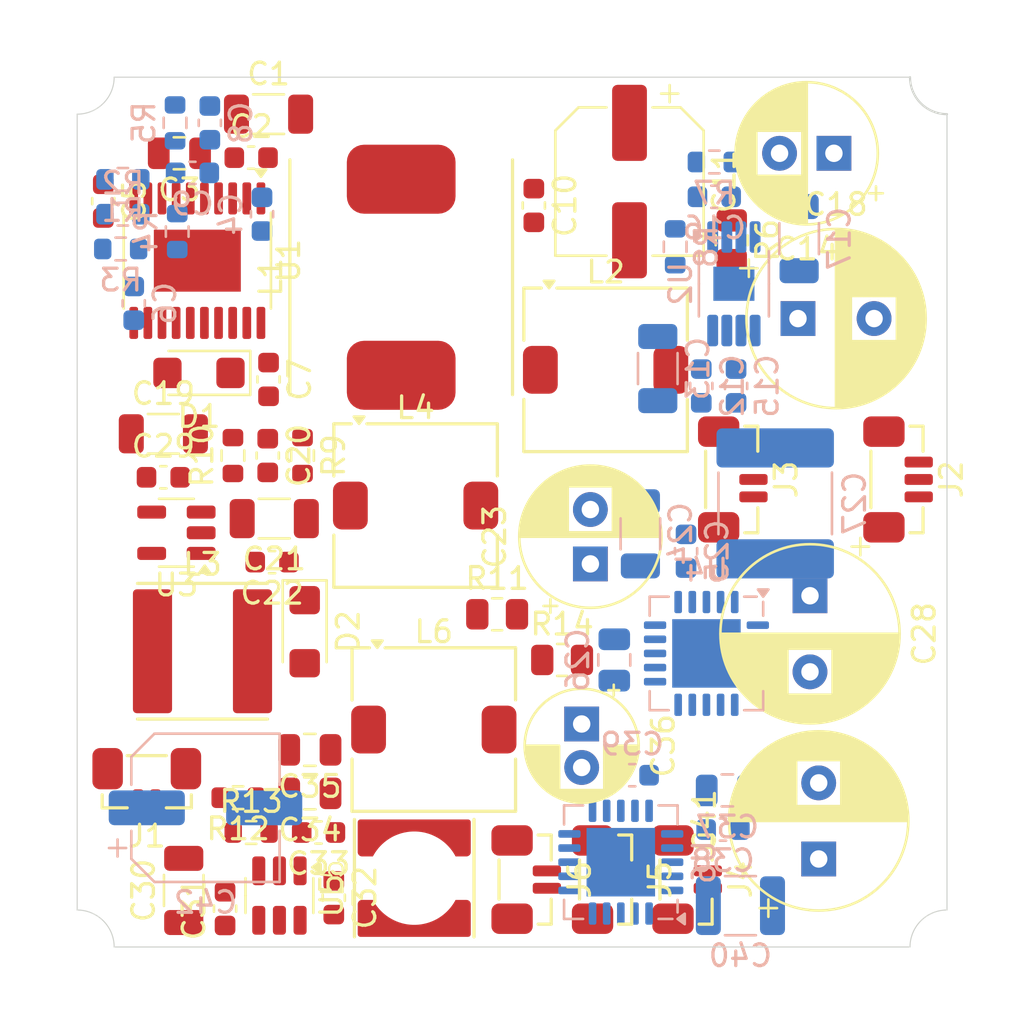
<source format=kicad_pcb>
(kicad_pcb (version 20240108) (generator "pcbnew") (generator_version "8.0")
  (layers (0 "F.Cu" signal) (1 "In1.Cu" signal) (2 "In2.Cu" signal) (31 "B.Cu" signal) (34 "B.Paste" user) (35 "F.Paste" user) (36 "B.SilkS" user "B.Silkscreen") (37 "F.SilkS" user "F.Silkscreen") (38 "B.Mask" user) (39 "F.Mask" user) (44 "Edge.Cuts" user))
  (net 0 "")
  (net 1 "/-15V Supply/-17V_SW")
  (net 2 "Net-(U1-VCC)")
  (net 3 "Net-(U1-RAMP)")
  (net 4 "Net-(U1-SS)")
  (net 5 "Net-(D1-K)")
  (net 6 "Net-(U1-BST)")
  (net 7 "Net-(C8-Pad2)")
  (net 8 "Net-(U1-COMP)")
  (net 9 "Net-(U1-FB)")
  (net 10 "Net-(U2-EN)")
  (net 11 "Net-(C14-Pad2)")
  (net 12 "Net-(U2-NR{slash}SS)")
  (net 13 "Net-(U2-FB)")
  (net 14 "Net-(D1-A)")
  (net 15 "Net-(U1-RT)")
  (net 18 "Net-(D2-K)")
  (net 19 "Net-(U3-FB)")
  (net 20 "Net-(C23-Pad1)")
  (net 21 "Net-(U4-EN)")
  (net 22 "Net-(U4-NR)")
  (net 23 "Net-(U5-SW)")
  (net 24 "Net-(U5-CB)")
  (net 25 "/5V Supply/7V_SW")
  (net 26 "Net-(C36-Pad1)")
  (net 27 "Net-(U6-EN)")
  (net 28 "Net-(U6-NR)")
  (net 29 "Net-(D2-A)")
  (net 30 "Net-(U5-FB)")
  (net 44 "GND")
  (net 45 "+12V")
  (net 46 "-15V")
  (net 47 "+15V")
  (net 48 "+5V")
  (footprint "Capacitor_SMD:C_1206_3216Metric" (layer "F.Cu") (at 133.9625 96.4)
    (property "Reference" "C19" (at 0 -1.85 360) (layer "F.SilkS"))
    (property "Value" "10µF 50V")
    (pad "1" smd roundrect (at -1.475 0) (size 1.15 1.8) (layers "F.Cu" "F.Paste" "F.Mask") (roundrect_rratio 0.217391) (net 45 "+12V"))
    (pad "2" smd roundrect (at 1.475 0) (size 1.15 1.8) (layers "F.Cu" "F.Paste" "F.Mask") (roundrect_rratio 0.217391) (net 44 "GND"))
  )
  (footprint "BW_PassiveMechanical:L_Coilcraft_MSS7348-XXX-fixed" (layer "F.Cu") (at 146.4 110)
    (property "Reference" "L6" (at 0 -4.5 360) (layer "F.SilkS"))
    (property "Value" "1mH")
    (pad "1" smd roundrect (at -3 0) (size 1.6 2.2) (layers "F.Cu" "F.Paste" "F.Mask") (net 25 "/5V Supply/7V_SW"))
    (pad "2" smd roundrect (at 3 0) (size 1.6 2.2) (layers "F.Cu" "F.Paste" "F.Mask") (net 27 "Net-(U6-EN)"))
  )
  (footprint "Resistor_SMD:R_0603_1608Metric" (layer "F.Cu") (at 140.3625 97.4 -90)
    (property "Reference" "R9" (at 0 -1.43 90) (layer "F.SilkS"))
    (property "Value" "174kΩ")
    (pad "1" smd roundrect (at -0.825 0 270) (size 0.8 0.95) (layers "F.Cu" "F.Paste" "F.Mask") (net 18 "Net-(D2-K)"))
    (pad "2" smd roundrect (at 0.825 0 270) (size 0.8 0.95) (layers "F.Cu" "F.Paste" "F.Mask") (net 19 "Net-(U3-FB)"))
  )
  (footprint "BW_PassiveMechanical:L_Coilcraft_MSS7348-XXX-fixed" (layer "F.Cu") (at 145.5625 99.7)
    (property "Reference" "L4" (at 0 -4.5 360) (layer "F.SilkS"))
    (property "Value" "1mH")
    (pad "1" smd roundrect (at -3 0) (size 1.6 2.2) (layers "F.Cu" "F.Paste" "F.Mask") (net 18 "Net-(D2-K)"))
    (pad "2" smd roundrect (at 3 0) (size 1.6 2.2) (layers "F.Cu" "F.Paste" "F.Mask") (net 21 "Net-(U4-EN)"))
  )
  (footprint "Package_TO_SOT_SMD:SOT-23-6" (layer "F.Cu") (at 139.3 117.635 -90)
    (property "Reference" "U5" (at 0 -2.4 90) (layer "F.SilkS"))
    (property "Value" "LMR54406F")
    (pad "1" smd roundrect (at -1.1375 -0.95 270) (size 1.325 0.6) (layers "F.Cu" "F.Paste" "F.Mask") (net 24 "Net-(U5-CB)"))
    (pad "2" smd roundrect (at -1.1375 0 270) (size 1.325 0.6) (layers "F.Cu" "F.Paste" "F.Mask") (net 44 "GND"))
    (pad "3" smd roundrect (at -1.1375 0.95 270) (size 1.325 0.6) (layers "F.Cu" "F.Paste" "F.Mask") (net 30 "Net-(U5-FB)"))
    (pad "4" smd roundrect (at 1.1375 0.95 270) (size 1.325 0.6) (layers "F.Cu" "F.Paste" "F.Mask") (net 45 "+12V"))
    (pad "5" smd roundrect (at 1.1375 0 270) (size 1.325 0.6) (layers "F.Cu" "F.Paste" "F.Mask") (net 45 "+12V"))
    (pad "6" smd roundrect (at 1.1375 -0.95 270) (size 1.325 0.6) (layers "F.Cu" "F.Paste" "F.Mask") (net 23 "Net-(U5-SW)"))
  )
  (footprint "Capacitor_SMD:C_0805_2012Metric" (layer "F.Cu") (at 134.7 83.5 180)
    (property "Reference" "C3" (at 0 -1.68 360) (layer "F.SilkS"))
    (property "Value" "1µF 50Vl")
    (pad "1" smd roundrect (at -0.95 0 180) (size 1 1.45) (layers "F.Cu" "F.Paste" "F.Mask") (net 45 "+12V"))
    (pad "2" smd roundrect (at 0.95 0 180) (size 1 1.45) (layers "F.Cu" "F.Paste" "F.Mask") (net 1 "/-15V Supply/-17V_SW"))
  )
  (footprint "Capacitor_SMD:CP_Elec_6.3x7.7" (layer "F.Cu") (at 155.4 84.8 -90)
    (property "Reference" "C11" (at 0 -4.35 90) (layer "F.SilkS"))
    (property "Value" "100µF 25V")
    (pad "1" smd roundrect (at -2.7 0 270) (size 3.5 1.6) (layers "F.Cu" "F.Paste" "F.Mask") (roundrect_rratio 0.15625) (net 44 "GND"))
    (pad "2" smd roundrect (at 2.7 0 270) (size 3.5 1.6) (layers "F.Cu" "F.Paste" "F.Mask") (roundrect_rratio 0.15625) (net 1 "/-15V Supply/-17V_SW"))
  )
  (footprint "BW_PassiveMechanical:L_Bourns_SRR4528A" (layer "F.Cu") (at 145.5 116.835 90)
    (property "Reference" "L5" (at 0 -3.75 90) (layer "F.SilkS") (effects (font (thickness 0.1))))
    (property "Value" "12µH")
    (pad "1" smd custom (at -2.45 0 90) (size 0.5 0.5) (layers "F.Cu" "F.Paste" "F.Mask") (net 23 "Net-(U5-SW)") (options (clearance outline) (anchor circle)) (primitives (gr_poly (pts (xy -0.25 -2.474997) (xy -0.240485 -2.522832) (xy -0.213388 -2.563385) (xy -0.172835 -2.590482) (xy -0.125 -2.599997) (xy 0.125 -2.599997) (xy 0.172835 -2.590482) (xy 0.213388 -2.563385) (xy 0.240485 -2.522832) (xy 0.25 -2.474997) (xy 0.25 2.474997) (xy 0.240485 2.522832) (xy 0.213388 2.563385) (xy 0.172835 2.590482) (xy 0.125 2.599997) (xy -0.125 2.599997) (xy -0.172835 2.590482) (xy -0.213388 2.563385) (xy -0.240485 2.522832) (xy -0.25 2.474997)) (width 0) (fill yes)) (gr_poly (pts (arc (start 1.45 -2.399998) (mid 1.391421 -2.541419) (end 1.25 -2.599998)) (arc (start -0.05 -2.599998) (mid -0.191421 -2.541419) (end -0.25 -2.399998)) (arc (start -0.25 2.400002) (mid -0.191421 2.541423) (end -0.05 2.600002)) (arc (start 1.25 2.600002) (mid 1.391421 2.541423) (end 1.45 2.400002)) (arc (start 1.45 1.900002) (mid 0.302909 0.000002) (end 1.45 -1.899998))) (width 0) (fill yes))))
    (pad "2" smd custom (at 2.45 0 270) (size 0.5 0.5) (layers "F.Cu" "F.Paste" "F.Mask") (net 25 "/5V Supply/7V_SW") (options (clearance outline) (anchor circle)) (primitives (gr_poly (pts (xy -0.25 -2.474997) (xy -0.240485 -2.522832) (xy -0.213388 -2.563385) (xy -0.172835 -2.590482) (xy -0.125 -2.599997) (xy 0.125 -2.599997) (xy 0.172835 -2.590482) (xy 0.213388 -2.563385) (xy 0.240485 -2.522832) (xy 0.25 -2.474997) (xy 0.25 2.474997) (xy 0.240485 2.522832) (xy 0.213388 2.563385) (xy 0.172835 2.590482) (xy 0.125 2.599997) (xy -0.125 2.599997) (xy -0.172835 2.590482) (xy -0.213388 2.563385) (xy -0.240485 2.522832) (xy -0.25 2.474997)) (width 0) (fill yes)) (gr_poly (pts (arc (start 1.45 -2.399998) (mid 1.391421 -2.541419) (end 1.25 -2.599998)) (arc (start -0.05 -2.599998) (mid -0.191421 -2.541419) (end -0.25 -2.399998)) (arc (start -0.25 2.400002) (mid -0.191421 2.541423) (end -0.05 2.600002)) (arc (start 1.25 2.600002) (mid 1.391421 2.541423) (end 1.45 2.400002)) (arc (start 1.45 1.900002) (mid 0.302909 0.000002) (end 1.45 -1.899998))) (width 0) (fill yes))))
  )
  (footprint "BW_Connectors:Amphenol_MINITEK_0.8_2P_V" (layer "F.Cu") (at 154.3 116.9 -90)
    (property "Reference" "J5" (at 0 -2.5 90) (layer "F.SilkS"))
    (property "Value" "5V")
    (pad "1" smd roundrect (at 0.4 -1 270) (size 0.5 1.3) (layers "F.Cu" "F.Paste" "F.Mask") (net 48 "+5V"))
    (pad "2" smd roundrect (at -0.4 -1 270) (size 0.5 1.3) (layers "F.Cu" "F.Paste" "F.Mask") (net 44 "GND"))
    (pad "M" smd roundrect (at -1.8 0.6 270) (size 1.4 1.9) (layers "F.Cu" "F.Paste" "F.Mask"))
    (pad "M" smd roundrect (at 1.8 0.6 270) (size 1.4 1.9) (layers "F.Cu" "F.Paste" "F.Mask"))
  )
  (footprint "Capacitor_SMD:C_0603_1608Metric" (layer "F.Cu") (at 141.8 117.735 -90)
    (property "Reference" "C32" (at 0 -1.43 90) (layer "F.SilkS"))
    (property "Value" "0.1µF")
    (pad "1" smd roundrect (at -0.775 0 270) (size 0.9 0.95) (layers "F.Cu" "F.Paste" "F.Mask") (net 24 "Net-(U5-CB)"))
    (pad "2" smd roundrect (at 0.775 0 270) (size 0.9 0.95) (layers "F.Cu" "F.Paste" "F.Mask") (net 23 "Net-(U5-SW)"))
  )
  (footprint "Capacitor_SMD:C_0603_1608Metric" (layer "F.Cu") (at 138.8 93.9 -90)
    (property "Reference" "C7" (at 0 -1.43 90) (layer "F.SilkS"))
    (property "Value" "22nF")
    (pad "1" smd roundrect (at -0.775 0 270) (size 0.9 0.95) (layers "F.Cu" "F.Paste" "F.Mask") (net 6 "Net-(U1-BST)"))
    (pad "2" smd roundrect (at 0.775 0 270) (size 0.9 0.95) (layers "F.Cu" "F.Paste" "F.Mask") (net 5 "Net-(D1-K)"))
  )
  (footprint "BW_Connectors:Amphenol_MINITEK_0.8_2P_V" (layer "F.Cu") (at 133.2 112.4 180)
    (property "Reference" "J1" (at 0 -2.5 360) (layer "F.SilkS"))
    (property "Value" "12VIN")
    (pad "1" smd roundrect (at 0.4 -1 180) (size 0.5 1.3) (layers "F.Cu" "F.Paste" "F.Mask") (net 45 "+12V"))
    (pad "2" smd roundrect (at -0.4 -1 180) (size 0.5 1.3) (layers "F.Cu" "F.Paste" "F.Mask") (net 44 "GND"))
    (pad "M" smd roundrect (at -1.8 0.6 180) (size 1.4 1.9) (layers "F.Cu" "F.Paste" "F.Mask"))
    (pad "M" smd roundrect (at 1.8 0.6 180) (size 1.4 1.9) (layers "F.Cu" "F.Paste" "F.Mask"))
  )
  (footprint "Capacitor_SMD:C_1206_3216Metric" (layer "F.Cu") (at 138.8 81.7)
    (property "Reference" "C1" (at 0 -1.85 0) (layer "F.SilkS"))
    (property "Value" "10µF 50V")
    (pad "1" smd roundrect (at -1.475 0) (size 1.15 1.8) (layers "F.Cu" "F.Paste" "F.Mask") (roundrect_rratio 0.217391) (net 45 "+12V"))
    (pad "2" smd roundrect (at 1.475 0) (size 1.15 1.8) (layers "F.Cu" "F.Paste" "F.Mask") (roundrect_rratio 0.217391) (net 44 "GND"))
  )
  (footprint "BW_PassiveMechanical:L_Abracon_ASPI-6045S" (layer "F.Cu") (at 135.7625 106.4)
    (property "Reference" "L3" (at 0 -4 0) (layer "F.SilkS"))
    (property "Value" "12µH")
    (pad "1" smd roundrect (at -2.3 0) (size 1.8 5.7) (layers "F.Cu" "F.Paste" "F.Mask") (roundrect_rratio 0.1) (net 45 "+12V"))
    (pad "2" smd roundrect (at 2.3 0) (size 1.8 5.7) (layers "F.Cu" "F.Paste" "F.Mask") (roundrect_rratio 0.1) (net 29 "Net-(D2-A)"))
  )
  (footprint "Resistor_SMD:R_0603_1608Metric" (layer "F.Cu") (at 138 114.735)
    (property "Reference" "R13" (at 0 -1.43 360) (layer "F.SilkS"))
    (property "Value" "22.1kΩ")
    (pad "1" smd roundrect (at -0.825 0) (size 0.8 0.95) (layers "F.Cu" "F.Paste" "F.Mask") (net 30 "Net-(U5-FB)"))
    (pad "2" smd roundrect (at 0.825 0) (size 0.8 0.95) (layers "F.Cu" "F.Paste" "F.Mask") (net 44 "GND"))
  )
  (footprint "Capacitor_SMD:C_0603_1608Metric" (layer "F.Cu") (at 138.9625 102.3 180)
    (property "Reference" "C22" (at 0 -1.43 360) (layer "F.SilkS"))
    (property "Value" "0.1µF")
    (pad "1" smd roundrect (at -0.775 0 180) (size 0.9 0.95) (layers "F.Cu" "F.Paste" "F.Mask") (net 18 "Net-(D2-K)"))
    (pad "2" smd roundrect (at 0.775 0 180) (size 0.9 0.95) (layers "F.Cu" "F.Paste" "F.Mask") (net 44 "GND"))
  )
  (footprint "BW_Connectors:Amphenol_MINITEK_0.8_2P_V" (layer "F.Cu") (at 158 116.9 -90)
    (property "Reference" "J4" (at 0 -2.5 90) (layer "F.SilkS"))
    (property "Value" "5V")
    (pad "1" smd roundrect (at 0.4 -1 270) (size 0.5 1.3) (layers "F.Cu" "F.Paste" "F.Mask") (net 48 "+5V"))
    (pad "2" smd roundrect (at -0.4 -1 270) (size 0.5 1.3) (layers "F.Cu" "F.Paste" "F.Mask") (net 44 "GND"))
    (pad "M" smd roundrect (at -1.8 0.6 270) (size 1.4 1.9) (layers "F.Cu" "F.Paste" "F.Mask"))
    (pad "M" smd roundrect (at 1.8 0.6 270) (size 1.4 1.9) (layers "F.Cu" "F.Paste" "F.Mask"))
  )
  (footprint "BW_PassiveMechanical:L_Coilcraft_MSS7348-XXX-fixed" (layer "F.Cu") (at 154.3 93.4575)
    (property "Reference" "L2" (at 0 -4.5 360) (layer "F.SilkS"))
    (property "Value" "1mH")
    (pad "1" smd roundrect (at -3 0) (size 1.6 2.2) (layers "F.Cu" "F.Paste" "F.Mask") (net 1 "/-15V Supply/-17V_SW"))
    (pad "2" smd roundrect (at 3 0) (size 1.6 2.2) (layers "F.Cu" "F.Paste" "F.Mask") (net 10 "Net-(U2-EN)"))
  )
  (footprint "BW_Connectors:Amphenol_MINITEK_0.8_3P_V" (layer "F.Cu") (at 160.1 98.5 -90)
    (property "Reference" "J3" (at 0 -2.5 -90) (layer "F.SilkS"))
    (property "Value" "+-15V")
    (pad "1" smd roundrect (at 0.8 -1 270) (size 0.5 1.3) (layers "F.Cu" "F.Paste" "F.Mask") (net 47 "+15V"))
    (pad "2" smd roundrect (at 0 -1 270) (size 0.5 1.3) (layers "F.Cu" "F.Paste" "F.Mask") (net 44 "GND"))
    (pad "3" smd roundrect (at -0.8 -1 270) (size 0.5 1.3) (layers "F.Cu" "F.Paste" "F.Mask") (net 46 "-15V"))
    (pad "M" smd roundrect (at -2.2 0.6 270) (size 1.4 1.9) (layers "F.Cu" "F.Paste" "F.Mask"))
    (pad "M" smd roundrect (at 2.2 0.6 270) (size 1.4 1.9) (layers "F.Cu" "F.Paste" "F.Mask"))
  )
  (footprint "Capacitor_SMD:C_0603_1608Metric" (layer "F.Cu") (at 138 83.7)
    (property "Reference" "C2" (at 0 -1.43 0) (layer "F.SilkS"))
    (property "Value" "0.1µF")
    (pad "1" smd roundrect (at -0.775 0) (size 0.9 0.95) (layers "F.Cu" "F.Paste" "F.Mask") (net 45 "+12V"))
    (pad "2" smd roundrect (at 0.775 0) (size 0.9 0.95) (layers "F.Cu" "F.Paste" "F.Mask") (net 44 "GND"))
  )
  (footprint "Capacitor_SMD:C_1206_3216Metric" (layer "F.Cu") (at 139.0625 100.3 180)
    (property "Reference" "C21" (at 0 -1.85 360) (layer "F.SilkS"))
    (property "Value" "10µF 50V")
    (pad "1" smd roundrect (at -1.475 0 180) (size 1.15 1.8) (layers "F.Cu" "F.Paste" "F.Mask") (roundrect_rratio 0.217391) (net 18 "Net-(D2-K)"))
    (pad "2" smd roundrect (at 1.475 0 180) (size 1.15 1.8) (layers "F.Cu" "F.Paste" "F.Mask") (roundrect_rratio 0.217391) (net 44 "GND"))
  )
  (footprint "Capacitor_SMD:C_0603_1608Metric" (layer "F.Cu") (at 151 85.9 -90)
    (property "Reference" "C10" (at 0 -1.43 90) (layer "F.SilkS"))
    (property "Value" "1µF 25V")
    (pad "1" smd roundrect (at -0.775 0 270) (size 0.9 0.95) (layers "F.Cu" "F.Paste" "F.Mask") (net 44 "GND"))
    (pad "2" smd roundrect (at 0.775 0 270) (size 0.9 0.95) (layers "F.Cu" "F.Paste" "F.Mask") (net 1 "/-15V Supply/-17V_SW"))
  )
  (footprint "Package_SO:HTSSOP-20-1EP_4.4x6.5mm_P0.65mm_EP2.85x4mm" (layer "F.Cu") (at 135.525 88.4375 -90)
    (property "Reference" "U1" (at 0 -4.2 90) (layer "F.SilkS"))
    (property "Value" "LM25576")
    (pad "1" smd roundrect (at -2.8625 -2.925 270) (size 1.475 0.4) (layers "F.Cu" "F.Paste" "F.Mask") (net 2 "Net-(U1-VCC)"))
    (pad "2" smd roundrect (at -2.8625 -2.275 270) (size 1.475 0.4) (layers "F.Cu" "F.Paste" "F.Mask"))
    (pad "3" smd roundrect (at -2.8625 -1.625 270) (size 1.475 0.4) (layers "F.Cu" "F.Paste" "F.Mask") (net 45 "+12V"))
    (pad "4" smd roundrect (at -2.8625 -0.975 270) (size 1.475 0.4) (layers "F.Cu" "F.Paste" "F.Mask") (net 45 "+12V"))
    (pad "5" smd roundrect (at -2.8625 -0.325 270) (size 1.475 0.4) (layers "F.Cu" "F.Paste" "F.Mask"))
    (pad "6" smd roundrect (at -2.8625 0.325 270) (size 1.475 0.4) (layers "F.Cu" "F.Paste" "F.Mask") (net 8 "Net-(U1-COMP)"))
    (pad "7" smd roundrect (at -2.8625 0.975 270) (size 1.475 0.4) (layers "F.Cu" "F.Paste" "F.Mask") (net 9 "Net-(U1-FB)"))
    (pad "8" smd roundrect (at -2.8625 1.625 270) (size 1.475 0.4) (layers "F.Cu" "F.Paste" "F.Mask") (net 15 "Net-(U1-RT)"))
    (pad "9" smd roundrect (at -2.8625 2.275 270) (size 1.475 0.4) (layers "F.Cu" "F.Paste" "F.Mask") (net 3 "Net-(U1-RAMP)"))
    (pad "10" smd roundrect (at -2.8625 2.925 270) (size 1.475 0.4) (layers "F.Cu" "F.Paste" "F.Mask") (net 1 "/-15V Supply/-17V_SW"))
    (pad "11" smd roundrect (at 2.8625 2.925 270) (size 1.475 0.4) (layers "F.Cu" "F.Paste" "F.Mask") (net 4 "Net-(U1-SS)"))
    (pad "12" smd roundrect (at 2.8625 2.275 270) (size 1.475 0.4) (layers "F.Cu" "F.Paste" "F.Mask") (net 44 "GND"))
    (pad "13" smd roundrect (at 2.8625 1.625 270) (size 1.475 0.4) (layers "F.Cu" "F.Paste" "F.Mask") (net 1 "/-15V Supply/-17V_SW"))
    (pad "14" smd roundrect (at 2.8625 0.975 270) (size 1.475 0.4) (layers "F.Cu" "F.Paste" "F.Mask") (net 1 "/-15V Supply/-17V_SW"))
    (pad "15" smd roundrect (at 2.8625 0.325 270) (size 1.475 0.4) (layers "F.Cu" "F.Paste" "F.Mask") (net 14 "Net-(D1-A)"))
    (pad "16" smd roundrect (at 2.8625 -0.325 270) (size 1.475 0.4) (layers "F.Cu" "F.Paste" "F.Mask") (net 14 "Net-(D1-A)"))
    (pad "17" smd roundrect (at 2.8625 -0.975 270) (size 1.475 0.4) (layers "F.Cu" "F.Paste" "F.Mask") (net 5 "Net-(D1-K)"))
    (pad "18" smd roundrect (at 2.8625 -1.625 270) (size 1.475 0.4) (layers "F.Cu" "F.Paste" "F.Mask") (net 5 "Net-(D1-K)"))
    (pad "19" smd roundrect (at 2.8625 -2.275 270) (size 1.475 0.4) (layers "F.Cu" "F.Paste" "F.Mask") (net 5 "Net-(D1-K)"))
    (pad "20" smd roundrect (at 2.8625 -2.925 270) (size 1.475 0.4) (layers "F.Cu" "F.Paste" "F.Mask") (net 6 "Net-(U1-BST)"))
    (pad "21" smd rect (at 0 0 270) (size 2.85 4) (property pad_prop_heatsink) (layers "F.Cu" "F.Mask") (net 1 "/-15V Supply/-17V_SW"))
  )
  (footprint "Package_TO_SOT_SMD:SOT-23-5" (layer "F.Cu") (at 134.5625 100.95 180)
    (property "Reference" "U3" (at 0 -2.4 360) (layer "F.SilkS"))
    (property "Value" "LMR64010XMF")
    (pad "1" smd roundrect (at -1.1375 -0.95 180) (size 1.325 0.6) (layers "F.Cu" "F.Paste" "F.Mask") (net 29 "Net-(D2-A)"))
    (pad "2" smd roundrect (at -1.1375 0 180) (size 1.325 0.6) (layers "F.Cu" "F.Paste" "F.Mask") (net 44 "GND"))
    (pad "3" smd roundrect (at -1.1375 0.95 180) (size 1.325 0.6) (layers "F.Cu" "F.Paste" "F.Mask") (net 19 "Net-(U3-FB)"))
    (pad "4" smd roundrect (at 1.1375 0.95 180) (size 1.325 0.6) (layers "F.Cu" "F.Paste" "F.Mask") (net 45 "+12V"))
    (pad "5" smd roundrect (at 1.1375 -0.95 180) (size 1.325 0.6) (layers "F.Cu" "F.Paste" "F.Mask") (net 45 "+12V"))
  )
  (footprint "Resistor_SMD:R_0805_2012Metric" (layer "F.Cu") (at 152.3 106.8)
    (property "Reference" "R14" (at 0 -1.65 0) (layer "F.SilkS"))
    (property "Value" "3.3Ω")
    (pad "1" smd roundrect (at -0.9125 0) (size 1.025 1.4) (layers "F.Cu" "F.Paste" "F.Mask") (roundrect_rratio 0.243902) (net 27 "Net-(U6-EN)"))
    (pad "2" smd roundrect (at 0.9125 0) (size 1.025 1.4) (layers "F.Cu" "F.Paste" "F.Mask") (roundrect_rratio 0.243902) (net 26 "Net-(C36-Pad1)"))
  )
  (footprint "Capacitor_SMD:C_0603_1608Metric" (layer "F.Cu") (at 136.8 118.235 90)
    (property "Reference" "C31" (at 0 -1.43 90) (layer "F.SilkS"))
    (property "Value" "0.1µF")
    (pad "1" smd roundrect (at -0.775 0 90) (size 0.9 0.95) (layers "F.Cu" "F.Paste" "F.Mask") (net 45 "+12V"))
    (pad "2" smd roundrect (at 0.775 0 90) (size 0.9 0.95) (layers "F.Cu" "F.Paste" "F.Mask") (net 44 "GND"))
  )
  (footprint "Capacitor_THT:CP_Radial_D8.0mm_P3.50mm" (layer "F.Cu") (at 163.147349 91.1)
    (property "Reference" "C18" (at 1.75 -5.25 360) (layer "F.SilkS"))
    (property "Value" "1mF 16V")
    (pad "1" thru_hole rect (at 0 0) (size 1.6 1.6) (drill 0.8) (layers "*.Cu" "*.Mask") (net 44 "GND"))
    (pad "2" thru_hole circle (at 3.5 0) (size 1.6 1.6) (drill 0.8) (layers "*.Cu" "*.Mask") (net 46 "-15V"))
  )
  (footprint "BW_Connectors:Amphenol_MINITEK_0.8_3P_V" (layer "F.Cu") (at 167.7 98.5 -90)
    (property "Reference" "J2" (at 0 -2.5 -90) (layer "F.SilkS"))
    (property "Value" "+-15V")
    (pad "1" smd roundrect (at 0.8 -1 270) (size 0.5 1.3) (layers "F.Cu" "F.Paste" "F.Mask") (net 47 "+15V"))
    (pad "2" smd roundrect (at 0 -1 270) (size 0.5 1.3) (layers "F.Cu" "F.Paste" "F.Mask") (net 44 "GND"))
    (pad "3" smd roundrect (at -0.8 -1 270) (size 0.5 1.3) (layers "F.Cu" "F.Paste" "F.Mask") (net 46 "-15V"))
    (pad "M" smd roundrect (at -2.2 0.6 270) (size 1.4 1.9) (layers "F.Cu" "F.Paste" "F.Mask"))
    (pad "M" smd roundrect (at 2.2 0.6 270) (size 1.4 1.9) (layers "F.Cu" "F.Paste" "F.Mask"))
  )
  (footprint "BW_PassiveMechanical:L_KEMET_MPGV1D1054" (layer "F.Cu") (at 144.9 89.2 90)
    (property "Reference" "L1" (at 0 -6 90) (layer "F.SilkS"))
    (property "Value" "33µH")
    (pad "1" smd roundrect (at -4.5085 0 90) (size 3.175 5) (layers "F.Cu" "F.Paste" "F.Mask") (net 5 "Net-(D1-K)"))
    (pad "2" smd roundrect (at 4.5085 0 90) (size 3.175 5) (layers "F.Cu" "F.Paste" "F.Mask") (net 44 "GND"))
  )
  (footprint "Diode_SMD:D_SMF" (layer "F.Cu") (at 135.6 93.6 180)
    (property "Reference" "D1" (at 0 -2 360) (layer "F.SilkS"))
    (property "Value" "SS1FN6")
    (pad "1" smd roundrect (at -1.45 0 180) (size 1.3 1.4) (layers "F.Cu" "F.Paste" "F.Mask") (roundrect_rratio 0.1923076923) (net 5 "Net-(D1-K)"))
    (pad "2" smd roundrect (at 1.45 0 180) (size 1.3 1.4) (layers "F.Cu" "F.Paste" "F.Mask") (roundrect_rratio 0.1923076923) (net 14 "Net-(D1-A)"))
  )
  (footprint "Resistor_SMD:R_0805_2012Metric" (layer "F.Cu") (at 160.1 87.5 -90)
    (property "Reference" "R6" (at 0 -1.65 90) (layer "F.SilkS"))
    (property "Value" "3.3Ω")
    (pad "1" smd roundrect (at -0.9125 0 270) (size 1.025 1.4) (layers "F.Cu" "F.Paste" "F.Mask") (roundrect_rratio 0.243902) (net 11 "Net-(C14-Pad2)"))
    (pad "2" smd roundrect (at 0.9125 0 270) (size 1.025 1.4) (layers "F.Cu" "F.Paste" "F.Mask") (roundrect_rratio 0.243902) (net 10 "Net-(U2-EN)"))
  )
  (footprint "Capacitor_SMD:C_0603_1608Metric" (layer "F.Cu") (at 141.1 114.735 180)
    (property "Reference" "C33" (at 0 -1.43 360) (layer "F.SilkS"))
    (property "Value" "0.1µF")
    (pad "1" smd roundrect (at -0.775 0 180) (size 0.9 0.95) (layers "F.Cu" "F.Paste" "F.Mask") (net 25 "/5V Supply/7V_SW"))
    (pad "2" smd roundrect (at 0.775 0 180) (size 0.9 0.95) (layers "F.Cu" "F.Paste" "F.Mask") (net 44 "GND"))
  )
  (footprint "Capacitor_SMD:C_1206_3216Metric" (layer "F.Cu") (at 134.9 117.4 90)
    (property "Reference" "C30" (at 0 -1.85 90) (layer "F.SilkS"))
    (property "Value" "10µF 50V")
    (pad "1" smd roundrect (at -1.475 0 90) (size 1.15 1.8) (layers "F.Cu" "F.Paste" "F.Mask") (roundrect_rratio 0.217391) (net 45 "+12V"))
    (pad "2" smd roundrect (at 1.475 0 90) (size 1.15 1.8) (layers "F.Cu" "F.Paste" "F.Mask") (roundrect_rratio 0.217391) (net 44 "GND"))
  )
  (footprint "Resistor_SMD:R_0603_1608Metric" (layer "F.Cu") (at 137.4 113.135 180)
    (property "Reference" "R12" (at 0 -1.43 360) (layer "F.SilkS"))
    (property "Value" "169kΩ")
    (pad "1" smd roundrect (at -0.825 0 180) (size 0.8 0.95) (layers "F.Cu" "F.Paste" "F.Mask") (net 25 "/5V Supply/7V_SW"))
    (pad "2" smd roundrect (at 0.825 0 180) (size 0.8 0.95) (layers "F.Cu" "F.Paste" "F.Mask") (net 30 "Net-(U5-FB)"))
  )
  (footprint "Capacitor_SMD:C_0805_2012Metric" (layer "F.Cu") (at 140.7 110.935 180)
    (property "Reference" "C35" (at 0 -1.68 360) (layer "F.SilkS"))
    (property "Value" "10µF 50Vs")
    (pad "1" smd roundrect (at -0.95 0 180) (size 1 1.45) (layers "F.Cu" "F.Paste" "F.Mask") (net 25 "/5V Supply/7V_SW"))
    (pad "2" smd roundrect (at 0.95 0 180) (size 1 1.45) (layers "F.Cu" "F.Paste" "F.Mask") (net 44 "GND"))
  )
  (footprint "Resistor_SMD:R_0603_1608Metric" (layer "F.Cu") (at 137.1625 97.4 90)
    (property "Reference" "R10" (at 0 -1.43 90) (layer "F.SilkS"))
    (property "Value" "13.3kΩ")
    (pad "1" smd roundrect (at -0.825 0 90) (size 0.8 0.95) (layers "F.Cu" "F.Paste" "F.Mask") (net 19 "Net-(U3-FB)"))
    (pad "2" smd roundrect (at 0.825 0 90) (size 0.8 0.95) (layers "F.Cu" "F.Paste" "F.Mask") (net 44 "GND"))
  )
  (footprint "Capacitor_SMD:C_0805_2012Metric" (layer "F.Cu") (at 140.7 112.935 180)
    (property "Reference" "C34" (at 0 -1.68 360) (layer "F.SilkS"))
    (property "Value" "10µF 50Vs")
    (pad "1" smd roundrect (at -0.95 0 180) (size 1 1.45) (layers "F.Cu" "F.Paste" "F.Mask") (net 25 "/5V Supply/7V_SW"))
    (pad "2" smd roundrect (at 0.95 0 180) (size 1 1.45) (layers "F.Cu" "F.Paste" "F.Mask") (net 44 "GND"))
  )
  (footprint "Capacitor_THT:CP_Radial_D8.0mm_P3.50mm" (layer "F.Cu") (at 164.1 115.952651 90)
    (property "Reference" "C41" (at 1.75 -5.25 90) (layer "F.SilkS"))
    (property "Value" "1mF 10V")
    (pad "1" thru_hole rect (at 0 0 90) (size 1.6 1.6) (drill 0.8) (layers "*.Cu" "*.Mask") (net 48 "+5V"))
    (pad "2" thru_hole circle (at 3.5 0 90) (size 1.6 1.6) (drill 0.8) (layers "*.Cu" "*.Mask") (net 44 "GND"))
  )
  (footprint "Capacitor_THT:CP_Radial_D5.0mm_P2.00mm" (layer "F.Cu") (at 153.2 109.744888 -90)
    (property "Reference" "C36" (at 1 -3.75 90) (layer "F.SilkS"))
    (property "Value" "100µF 16V")
    (pad "1" thru_hole rect (at 0 0 270) (size 1.6 1.6) (drill 0.8) (layers "*.Cu" "*.Mask") (net 26 "Net-(C36-Pad1)"))
    (pad "2" thru_hole circle (at 2 0 270) (size 1.6 1.6) (drill 0.8) (layers "*.Cu" "*.Mask") (net 44 "GND"))
  )
  (footprint "Diode_SMD:D_SMF" (layer "F.Cu") (at 140.4625 105.5 -90)
    (property "Reference" "D2" (at 0 -2 90) (layer "F.SilkS"))
    (property "Value" "SS1FN6")
    (pad "1" smd roundrect (at -1.45 0 270) (size 1.3 1.4) (layers "F.Cu" "F.Paste" "F.Mask") (roundrect_rratio 0.1923076923) (net 18 "Net-(D2-K)"))
    (pad "2" smd roundrect (at 1.45 0 270) (size 1.3 1.4) (layers "F.Cu" "F.Paste" "F.Mask") (roundrect_rratio 0.1923076923) (net 29 "Net-(D2-A)"))
  )
  (footprint "Capacitor_THT:CP_Radial_D6.3mm_P2.50mm" (layer "F.Cu") (at 164.8 83.5 180)
    (property "Reference" "C14" (at 1.25 -4.4 360) (layer "F.SilkS"))
    (property "Value" "100µF 25V")
    (pad "1" thru_hole rect (at 0 0 180) (size 1.6 1.6) (drill 0.8) (layers "*.Cu" "*.Mask") (net 44 "GND"))
    (pad "2" thru_hole circle (at 2.5 0 180) (size 1.6 1.6) (drill 0.8) (layers "*.Cu" "*.Mask") (net 11 "Net-(C14-Pad2)"))
  )
  (footprint "Capacitor_SMD:C_0603_1608Metric" (layer "F.Cu") (at 133.9625 98.4)
    (property "Reference" "C29" (at 0 -1.43 0) (layer "F.SilkS"))
    (property "Value" "0.1µF")
    (pad "1" smd roundrect (at -0.775 0) (size 0.9 0.95) (layers "F.Cu" "F.Paste" "F.Mask") (net 45 "+12V"))
    (pad "2" smd roundrect (at 0.775 0) (size 0.9 0.95) (layers "F.Cu" "F.Paste" "F.Mask") (net 44 "GND"))
  )
  (footprint "Capacitor_THT:CP_Radial_D6.3mm_P2.50mm" (layer "F.Cu") (at 153.6 102.38238 90)
    (property "Reference" "C23" (at 1.25 -4.4 90) (layer "F.SilkS"))
    (property "Value" "100µF 25V")
    (pad "1" thru_hole rect (at 0 0 90) (size 1.6 1.6) (drill 0.8) (layers "*.Cu" "*.Mask") (net 20 "Net-(C23-Pad1)"))
    (pad "2" thru_hole circle (at 2.5 0 90) (size 1.6 1.6) (drill 0.8) (layers "*.Cu" "*.Mask") (net 44 "GND"))
  )
  (footprint "Capacitor_THT:CP_Radial_D8.0mm_P3.50mm" (layer "F.Cu") (at 163.7 103.847349 -90)
    (property "Reference" "C28" (at 1.75 -5.25 90) (layer "F.SilkS"))
    (property "Value" "1mF 16V")
    (pad "1" thru_hole rect (at 0 0 270) (size 1.6 1.6) (drill 0.8) (layers "*.Cu" "*.Mask") (net 47 "+15V"))
    (pad "2" thru_hole circle (at 3.5 0 270) (size 1.6 1.6) (drill 0.8) (layers "*.Cu" "*.Mask") (net 44 "GND"))
  )
  (footprint "Capacitor_SMD:C_0603_1608Metric" (layer "F.Cu") (at 131.2 85.7 -90)
    (property "Reference" "C5" (at 0 -1.43 90) (layer "F.SilkS"))
    (property "Value" "330pF")
    (pad "1" smd roundrect (at -0.775 0 270) (size 0.9 0.95) (layers "F.Cu" "F.Paste" "F.Mask") (net 3 "Net-(U1-RAMP)"))
    (pad "2" smd roundrect (at 0.775 0 270) (size 0.9 0.95) (layers "F.Cu" "F.Paste" "F.Mask") (net 1 "/-15V Supply/-17V_SW"))
  )
  (footprint "Resistor_SMD:R_0805_2012Metric" (layer "F.Cu") (at 149.3125 104.7)
    (property "Reference" "R11" (at 0 -1.65 0) (layer "F.SilkS"))
    (property "Value" "3.3Ω")
    (pad "1" smd roundrect (at -0.9125 0) (size 1.025 1.4) (layers "F.Cu" "F.Paste" "F.Mask") (roundrect_rratio 0.243902) (net 21 "Net-(U4-EN)"))
    (pad "2" smd roundrect (at 0.9125 0) (size 1.025 1.4) (layers "F.Cu" "F.Paste" "F.Mask") (roundrect_rratio 0.243902) (net 20 "Net-(C23-Pad1)"))
  )
  (footprint "BW_Connectors:Amphenol_MINITEK_0.8_2P_V" (layer "F.Cu") (at 150.6 116.9 -90)
    (property "Reference" "J6" (at 0 -2.5 90) (layer "F.SilkS"))
    (property "Value" "5V")
    (pad "1" smd roundrect (at 0.4 -1 270) (size 0.5 1.3) (layers "F.Cu" "F.Paste" "F.Mask") (net 48 "+5V"))
    (pad "2" smd roundrect (at -0.4 -1 270) (size 0.5 1.3) (layers "F.Cu" "F.Paste" "F.Mask") (net 44 "GND"))
    (pad "M" smd roundrect (at -1.8 0.6 270) (size 1.4 1.9) (layers "F.Cu" "F.Paste" "F.Mask"))
    (pad "M" smd roundrect (at 1.8 0.6 270) (size 1.4 1.9) (layers "F.Cu" "F.Paste" "F.Mask"))
  )
  (footprint "Capacitor_SMD:C_0603_1608Metric" (layer "F.Cu") (at 138.7625 97.4 -90)
    (property "Reference" "C20" (at 0 -1.43 90) (layer "F.SilkS"))
    (property "Value" "120pF")
    (pad "1" smd roundrect (at -0.775 0 270) (size 0.9 0.95) (layers "F.Cu" "F.Paste" "F.Mask") (net 18 "Net-(D2-K)"))
    (pad "2" smd roundrect (at 0.775 0 270) (size 0.9 0.95) (layers "F.Cu" "F.Paste" "F.Mask") (net 19 "Net-(U3-FB)"))
  )
  (footprint "Resistor_SMD:R_0603_1608Metric" (layer "B.Cu") (at 132 87.9)
    (property "Reference" "R3" (at 0 1.43 360) (layer "B.SilkS") (effects (justify mirror)))
    (property "Value" "21kΩ")
    (pad "1" smd roundrect (at -0.825 0) (size 0.8 0.95) (layers "B.Cu" "B.Paste" "B.Mask") (net 44 "GND"))
    (pad "2" smd roundrect (at 0.825 0) (size 0.8 0.95) (layers "B.Cu" "B.Paste" "B.Mask") (net 9 "Net-(U1-FB)"))
  )
  (footprint "Resistor_SMD:R_0603_1608Metric" (layer "B.Cu") (at 134.6 87.1 -90)
    (property "Reference" "R4" (at 0 1.43 90) (layer "B.SilkS") (effects (justify mirror)))
    (property "Value" "1.65kΩ")
    (pad "1" smd roundrect (at -0.825 0 270) (size 0.8 0.95) (layers "B.Cu" "B.Paste" "B.Mask") (net 9 "Net-(U1-FB)"))
    (pad "2" smd roundrect (at 0.825 0 270) (size 0.8 0.95) (layers "B.Cu" "B.Paste" "B.Mask") (net 1 "/-15V Supply/-17V_SW"))
  )
  (footprint "Capacitor_SMD:C_0603_1608Metric" (layer "B.Cu") (at 132.6 90.4 90)
    (property "Reference" "C6" (at 0 1.43 90) (layer "B.SilkS") (effects (justify mirror)))
    (property "Value" "33nF")
    (pad "1" smd roundrect (at -0.775 0 90) (size 0.9 0.95) (layers "B.Cu" "B.Paste" "B.Mask") (net 4 "Net-(U1-SS)"))
    (pad "2" smd roundrect (at 0.775 0 90) (size 0.9 0.95) (layers "B.Cu" "B.Paste" "B.Mask") (net 1 "/-15V Supply/-17V_SW"))
  )
  (footprint "Capacitor_SMD:C_0603_1608Metric" (layer "B.Cu") (at 155.525 112.1 180)
    (property "Reference" "C39" (at 0 1.43 0) (layer "B.SilkS") (effects (justify mirror)))
    (property "Value" "1µF 25V")
    (pad "1" smd roundrect (at -0.775 0 180) (size 0.9 0.95) (layers "B.Cu" "B.Paste" "B.Mask") (net 28 "Net-(U6-NR)"))
    (pad "2" smd roundrect (at 0.775 0 180) (size 0.9 0.95) (layers "B.Cu" "B.Paste" "B.Mask") (net 44 "GND"))
  )
  (footprint "Resistor_SMD:R_0603_1608Metric" (layer "B.Cu") (at 157.5 87.8 90)
    (property "Reference" "R8" (at 0 1.43 90) (layer "B.SilkS") (effects (justify mirror)))
    (property "Value" "10kΩ")
    (pad "1" smd roundrect (at -0.825 0 90) (size 0.8 0.95) (layers "B.Cu" "B.Paste" "B.Mask") (net 44 "GND"))
    (pad "2" smd roundrect (at 0.825 0 90) (size 0.8 0.95) (layers "B.Cu" "B.Paste" "B.Mask") (net 13 "Net-(U2-FB)"))
  )
  (footprint "Capacitor_SMD:C_1206_3216Metric" (layer "B.Cu") (at 156.7 93.4 90)
    (property "Reference" "C13" (at 0 1.85 90) (layer "B.SilkS") (effects (justify mirror)))
    (property "Value" "10µF 50V")
    (pad "1" smd roundrect (at -1.475 0 90) (size 1.15 1.8) (layers "B.Cu" "B.Paste" "B.Mask") (roundrect_rratio 0.217391) (net 44 "GND"))
    (pad "2" smd roundrect (at 1.475 0 90) (size 1.15 1.8) (layers "B.Cu" "B.Paste" "B.Mask") (roundrect_rratio 0.217391) (net 10 "Net-(U2-EN)"))
  )
  (footprint "Package_DFN_QFN:Texas_RGW0020A_VQFN-20-1EP_5x5mm_P0.65mm_EP3.15x3.15mm" (layer "B.Cu") (at 158.9375 106.5 180)
    (property "Reference" "U4" (at 0 3.83 0) (layer "B.SilkS") (effects (justify mirror)))
    (property "Value" "TPS7A47")
    (pad "1" smd roundrect (at -2.3625 1.3 180) (size 1.025 0.35) (layers "B.Cu" "B.Paste" "B.Mask") (net 47 "+15V"))
    (pad "2" smd roundrect (at -2.3625 0.65 180) (size 1.025 0.35) (layers "B.Cu" "B.Paste" "B.Mask"))
    (pad "3" smd roundrect (at -2.3625 0 180) (size 1.025 0.35) (layers "B.Cu" "B.Paste" "B.Mask") (net 47 "+15V"))
    (pad "4" smd roundrect (at -2.3625 -0.65 180) (size 1.025 0.35) (layers "B.Cu" "B.Paste" "B.Mask") (net 44 "GND"))
    (pad "5" smd roundrect (at -2.3625 -1.3 180) (size 1.025 0.35) (layers "B.Cu" "B.Paste" "B.Mask") (net 44 "GND"))
    (pad "6" smd roundrect (at -1.3 -2.3625 180) (size 0.35 1.025) (layers "B.Cu" "B.Paste" "B.Mask"))
    (pad "7" smd roundrect (at -0.65 -2.3625 180) (size 0.35 1.025) (layers "B.Cu" "B.Paste" "B.Mask") (net 44 "GND"))
    (pad "8" smd roundrect (at 0 -2.3625 180) (size 0.35 1.025) (layers "B.Cu" "B.Paste" "B.Mask"))
    (pad "9" smd roundrect (at 0.65 -2.3625 180) (size 0.35 1.025) (layers "B.Cu" "B.Paste" "B.Mask") (net 44 "GND"))
    (pad "10" smd roundrect (at 1.3 -2.3625 180) (size 0.35 1.025) (layers "B.Cu" "B.Paste" "B.Mask"))
    (pad "11" smd roundrect (at 2.3625 -1.3 180) (size 1.025 0.35) (layers "B.Cu" "B.Paste" "B.Mask"))
    (pad "12" smd roundrect (at 2.3625 -0.65 180) (size 1.025 0.35) (layers "B.Cu" "B.Paste" "B.Mask"))
    (pad "13" smd roundrect (at 2.3625 0 180) (size 1.025 0.35) (layers "B.Cu" "B.Paste" "B.Mask") (net 21 "Net-(U4-EN)"))
    (pad "14" smd roundrect (at 2.3625 0.65 180) (size 1.025 0.35) (layers "B.Cu" "B.Paste" "B.Mask") (net 22 "Net-(U4-NR)"))
    (pad "15" smd roundrect (at 2.3625 1.3 180) (size 1.025 0.35) (layers "B.Cu" "B.Paste" "B.Mask") (net 21 "Net-(U4-EN)"))
    (pad "16" smd roundrect (at 1.3 2.3625 180) (size 0.35 1.025) (layers "B.Cu" "B.Paste" "B.Mask") (net 21 "Net-(U4-EN)"))
    (pad "17" smd roundrect (at 0.65 2.3625 180) (size 0.35 1.025) (layers "B.Cu" "B.Paste" "B.Mask") (net 44 "GND"))
    (pad "18" smd roundrect (at 0 2.3625 180) (size 0.35 1.025) (layers "B.Cu" "B.Paste" "B.Mask") (net 44 "GND"))
    (pad "19" smd roundrect (at -0.65 2.3625 180) (size 0.35 1.025) (layers "B.Cu" "B.Paste" "B.Mask") (net 44 "GND"))
    (pad "20" smd roundrect (at -1.3 2.3625 180) (size 0.35 1.025) (layers "B.Cu" "B.Paste" "B.Mask") (net 47 "+15V"))
    (pad "21" smd rect (at 0 0 180) (size 3.15 3.15) (property pad_prop_heatsink) (layers "B.Cu" "B.Mask") (net 44 "GND"))
  )
  (footprint "Capacitor_SMD:C_0805_2012Metric" (layer "B.Cu") (at 159.9 112.8)
    (property "Reference" "C37" (at 0 1.68 360) (layer "B.SilkS") (effects (justify mirror)))
    (property "Value" "10µF 50Vs")
    (pad "1" smd roundrect (at -0.95 0) (size 1 1.45) (layers "B.Cu" "B.Paste" "B.Mask") (net 27 "Net-(U6-EN)"))
    (pad "2" smd roundrect (at 0.95 0) (size 1 1.45) (layers "B.Cu" "B.Paste" "B.Mask") (net 44 "GND"))
  )
  (footprint "Package_SO:HVSSOP-8-1EP_3x3mm_P0.65mm_EP1.57x1.89mm" (layer "B.Cu") (at 160.2 89.5 -90)
    (property "Reference" "U2" (at 0 2.45 90) (layer "B.SilkS") (effects (justify mirror)))
    (property "Value" "TPS7A30")
    (pad "1" smd roundrect (at -2.15 0.975 270) (size 1.45 0.5) (layers "B.Cu" "B.Paste" "B.Mask") (net 46 "-15V"))
    (pad "2" smd roundrect (at -2.15 0.325 270) (size 1.45 0.5) (layers "B.Cu" "B.Paste" "B.Mask") (net 13 "Net-(U2-FB)"))
    (pad "3" smd roundrect (at -2.15 -0.325 270) (size 1.45 0.5) (layers "B.Cu" "B.Paste" "B.Mask"))
    (pad "4" smd roundrect (at -2.15 -0.975 270) (size 1.45 0.5) (layers "B.Cu" "B.Paste" "B.Mask") (net 44 "GND"))
    (pad "5" smd roundrect (at 2.15 -0.975 270) (size 1.45 0.5) (layers "B.Cu" "B.Paste" "B.Mask") (net 10 "Net-(U2-EN)"))
    (pad "6" smd roundrect (at 2.15 -0.325 270) (size 1.45 0.5) (layers "B.Cu" "B.Paste" "B.Mask") (net 12 "Net-(U2-NR{slash}SS)"))
    (pad "7" smd roundrect (at 2.15 0.325 270) (size 1.45 0.5) (layers "B.Cu" "B.Paste" "B.Mask"))
    (pad "8" smd roundrect (at 2.15 0.975 270) (size 1.45 0.5) (layers "B.Cu" "B.Paste" "B.Mask") (net 10 "Net-(U2-EN)"))
    (pad "9" smd rect (at 0 0 270) (size 1.57 1.89) (property pad_prop_heatsink) (layers "B.Cu" "B.Mask") (net 44 "GND"))
  )
  (footprint "Capacitor_SMD:C_0603_1608Metric" (layer "B.Cu") (at 158 101.8 90)
    (property "Reference" "C25" (at 0 1.43 90) (layer "B.SilkS") (effects (justify mirror)))
    (property "Value" "0.1µF")
    (pad "1" smd roundrect (at -0.775 0 90) (size 0.9 0.95) (layers "B.Cu" "B.Paste" "B.Mask") (net 21 "Net-(U4-EN)"))
    (pad "2" smd roundrect (at 0.775 0 90) (size 0.9 0.95) (layers "B.Cu" "B.Paste" "B.Mask") (net 44 "GND"))
  )
  (footprint "Resistor_SMD:R_0603_1608Metric" (layer "B.Cu") (at 132.1 84.7)
    (property "Reference" "R1" (at 0 1.43 360) (layer "B.SilkS") (effects (justify mirror)))
    (property "Value" "118kΩ")
    (pad "1" smd roundrect (at -0.825 0) (size 0.8 0.95) (layers "B.Cu" "B.Paste" "B.Mask") (net 2 "Net-(U1-VCC)"))
    (pad "2" smd roundrect (at 0.825 0) (size 0.8 0.95) (layers "B.Cu" "B.Paste" "B.Mask") (net 3 "Net-(U1-RAMP)"))
  )
  (footprint "Capacitor_SMD:C_2220_5750Metric" (layer "B.Cu") (at 162.1 99.6 90)
    (property "Reference" "C27" (at 0 3.65 90) (layer "B.SilkS") (effects (justify mirror)))
    (property "Value" "47µF 25V")
    (pad "1" smd roundrect (at -2.55 0 90) (size 1.8 5.4) (layers "B.Cu" "B.Paste" "B.Mask") (roundrect_rratio 0.138889) (net 47 "+15V"))
    (pad "2" smd roundrect (at 2.55 0 90) (size 1.8 5.4) (layers "B.Cu" "B.Paste" "B.Mask") (roundrect_rratio 0.138889) (net 44 "GND"))
  )
  (footprint "Resistor_SMD:R_0603_1608Metric" (layer "B.Cu") (at 132.1 86.3 180)
    (property "Reference" "R2" (at 0 1.43 0) (layer "B.SilkS") (effects (justify mirror)))
    (property "Value" "3.09kΩ")
    (pad "1" smd roundrect (at -0.825 0 180) (size 0.8 0.95) (layers "B.Cu" "B.Paste" "B.Mask") (net 15 "Net-(U1-RT)"))
    (pad "2" smd roundrect (at 0.825 0 180) (size 0.8 0.95) (layers "B.Cu" "B.Paste" "B.Mask") (net 1 "/-15V Supply/-17V_SW"))
  )
  (footprint "Resistor_SMD:R_0603_1608Metric" (layer "B.Cu") (at 134.5 82.1 -90)
    (property "Reference" "R5" (at 0 1.43 90) (layer "B.SilkS") (effects (justify mirror)))
    (property "Value" "80.6kΩ")
    (pad "1" smd roundrect (at -0.825 0 270) (size 0.8 0.95) (layers "B.Cu" "B.Paste" "B.Mask") (net 7 "Net-(C8-Pad2)"))
    (pad "2" smd roundrect (at 0.825 0 270) (size 0.8 0.95) (layers "B.Cu" "B.Paste" "B.Mask") (net 9 "Net-(U1-FB)"))
  )
  (footprint "Capacitor_SMD:C_0603_1608Metric" (layer "B.Cu") (at 138.5 86.3 -90)
    (property "Reference" "C4" (at 0 1.43 90) (layer "B.SilkS") (effects (justify mirror)))
    (property "Value" "1µF 25V")
    (pad "1" smd roundrect (at -0.775 0 270) (size 0.9 0.95) (layers "B.Cu" "B.Paste" "B.Mask") (net 2 "Net-(U1-VCC)"))
    (pad "2" smd roundrect (at 0.775 0 270) (size 0.9 0.95) (layers "B.Cu" "B.Paste" "B.Mask") (net 1 "/-15V Supply/-17V_SW"))
  )
  (footprint "Capacitor_SMD:C_1206_3216Metric" (layer "B.Cu") (at 163.2 87.425 90)
    (property "Reference" "C17" (at 0 1.85 -90) (layer "B.SilkS") (effects (justify mirror)))
    (property "Value" "10µF 50V")
    (pad "1" smd roundrect (at -1.475 0 90) (size 1.15 1.8) (layers "B.Cu" "B.Paste" "B.Mask") (roundrect_rratio 0.217391) (net 44 "GND"))
    (pad "2" smd roundrect (at 1.475 0 90) (size 1.15 1.8) (layers "B.Cu" "B.Paste" "B.Mask") (roundrect_rratio 0.217391) (net 46 "-15V"))
  )
  (footprint "Capacitor_SMD:CP_Elec_6.3x5.8" (layer "B.Cu") (at 135.9 113.6)
    (property "Reference" "C42" (at 0 4.35 360) (layer "B.SilkS") (effects (justify mirror)))
    (property "Value" "100µF 16V")
    (pad "1" smd roundrect (at -2.7 0) (size 3.5 1.6) (layers "B.Cu" "B.Paste" "B.Mask") (roundrect_rratio 0.15625) (net 45 "+12V"))
    (pad "2" smd roundrect (at 2.7 0) (size 3.5 1.6) (layers "B.Cu" "B.Paste" "B.Mask") (roundrect_rratio 0.15625) (net 44 "GND"))
  )
  (footprint "Capacitor_SMD:C_0603_1608Metric" (layer "B.Cu") (at 159.7 114.6)
    (property "Reference" "C38" (at 0 1.43 360) (layer "B.SilkS") (effects (justify mirror)))
    (property "Value" "0.1µF")
    (pad "1" smd roundrect (at -0.775 0) (size 0.9 0.95) (layers "B.Cu" "B.Paste" "B.Mask") (net 27 "Net-(U6-EN)"))
    (pad "2" smd roundrect (at 0.775 0) (size 0.9 0.95) (layers "B.Cu" "B.Paste" "B.Mask") (net 44 "GND"))
  )
  (footprint "Resistor_SMD:R_0603_1608Metric" (layer "B.Cu") (at 159.3 83.9)
    (property "Reference" "R7" (at 0 1.43 360) (layer "B.SilkS") (effects (justify mirror)))
    (property "Value" "118kΩ")
    (pad "1" smd roundrect (at -0.825 0) (size 0.8 0.95) (layers "B.Cu" "B.Paste" "B.Mask") (net 13 "Net-(U2-FB)"))
    (pad "2" smd roundrect (at 0.825 0) (size 0.8 0.95) (layers "B.Cu" "B.Paste" "B.Mask") (net 46 "-15V"))
  )
  (footprint "Capacitor_SMD:C_0603_1608Metric" (layer "B.Cu") (at 160.3 94.2 90)
    (property "Reference" "C15" (at 0 1.43 90) (layer "B.SilkS") (effects (justify mirror)))
    (property "Value" "10nF")
    (pad "1" smd roundrect (at -0.775 0 90) (size 0.9 0.95) (layers "B.Cu" "B.Paste" "B.Mask") (net 44 "GND"))
    (pad "2" smd roundrect (at 0.775 0 90) (size 0.9 0.95) (layers "B.Cu" "B.Paste" "B.Mask") (net 12 "Net-(U2-NR{slash}SS)"))
  )
  (footprint "Capacitor_SMD:C_0603_1608Metric" (layer "B.Cu") (at 158.7 94.2 90)
    (property "Reference" "C12" (at 0 1.43 90) (layer "B.SilkS") (effects (justify mirror)))
    (property "Value" "0.1µF")
    (pad "1" smd roundrect (at -0.775 0 90) (size 0.9 0.95) (layers "B.Cu" "B.Paste" "B.Mask") (net 44 "GND"))
    (pad "2" smd roundrect (at 0.775 0 90) (size 0.9 0.95) (layers "B.Cu" "B.Paste" "B.Mask") (net 10 "Net-(U2-EN)"))
  )
  (footprint "Package_DFN_QFN:Texas_RGW0020A_VQFN-20-1EP_5x5mm_P0.65mm_EP3.15x3.15mm" (layer "B.Cu") (at 155 116.1 90)
    (property "Reference" "U6" (at 0 3.83 90) (layer "B.SilkS") (effects (justify mirror)))
    (property "Value" "TPS7A47")
    (pad "1" smd roundrect (at -2.3625 1.3 90) (size 1.025 0.35) (layers "B.Cu" "B.Paste" "B.Mask") (net 48 "+5V"))
    (pad "2" smd roundrect (at -2.3625 0.65 90) (size 1.025 0.35) (layers "B.Cu" "B.Paste" "B.Mask"))
    (pad "3" smd roundrect (at -2.3625 0 90) (size 1.025 0.35) (layers "B.Cu" "B.Paste" "B.Mask") (net 48 "+5V"))
    (pad "4" smd roundrect (at -2.3625 -0.65 90) (size 1.025 0.35) (layers "B.Cu" "B.Paste" "B.Mask"))
    (pad "5" smd roundrect (at -2.3625 -1.3 90) (size 1.025 0.35) (layers "B.Cu" "B.Paste" "B.Mask"))
    (pad "6" smd roundrect (at -1.3 -2.3625 90) (size 0.35 1.025) (layers "B.Cu" "B.Paste" "B.Mask") (net 44 "GND"))
    (pad "7" smd roundrect (at -0.65 -2.3625 90) (size 0.35 1.025) (layers "B.Cu" "B.Paste" "B.Mask") (net 44 "GND"))
    (pad "8" smd roundrect (at 0 -2.3625 90) (size 0.35 1.025) (layers "B.Cu" "B.Paste" "B.Mask"))
    (pad "9" smd roundrect (at 0.65 -2.3625 90) (size 0.35 1.025) (layers "B.Cu" "B.Paste" "B.Mask"))
    (pad "10" smd roundrect (at 1.3 -2.3625 90) (size 0.35 1.025) (layers "B.Cu" "B.Paste" "B.Mask") (net 44 "GND"))
    (pad "11" smd roundrect (at 2.3625 -1.3 90) (size 1.025 0.35) (layers "B.Cu" "B.Paste" "B.Mask"))
    (pad "12" smd roundrect (at 2.3625 -0.65 90) (size 1.025 0.35) (layers "B.Cu" "B.Paste" "B.Mask"))
    (pad "13" smd roundrect (at 2.3625 0 90) (size 1.025 0.35) (layers "B.Cu" "B.Paste" "B.Mask") (net 27 "Net-(U6-EN)"))
    (pad "14" smd roundrect (at 2.3625 0.65 90) (size 1.025 0.35) (layers "B.Cu" "B.Paste" "B.Mask") (net 28 "Net-(U6-NR)"))
    (pad "15" smd roundrect (at 2.3625 1.3 90) (size 1.025 0.35) (layers "B.Cu" "B.Paste" "B.Mask") (net 27 "Net-(U6-EN)"))
    (pad "16" smd roundrect (at 1.3 2.3625 90) (size 0.35 1.025) (layers "B.Cu" "B.Paste" "B.Mask") (net 27 "Net-(U6-EN)"))
    (pad "17" smd roundrect (at 0.65 2.3625 90) (size 0.35 1.025) (layers "B.Cu" "B.Paste" "B.Mask") (net 44 "GND"))
    (pad "18" smd roundrect (at 0 2.3625 90) (size 0.35 1.025) (layers "B.Cu" "B.Paste" "B.Mask") (net 44 "GND"))
    (pad "19" smd roundrect (at -0.65 2.3625 90) (size 0.35 1.025) (layers "B.Cu" "B.Paste" "B.Mask") (net 44 "GND"))
    (pad "20" smd roundrect (at -1.3 2.3625 90) (size 0.35 1.025) (layers "B.Cu" "B.Paste" "B.Mask") (net 48 "+5V"))
    (pad "21" smd rect (at 0 0 90) (size 3.15 3.15) (property pad_prop_heatsink) (layers "B.Cu" "B.Mask") (net 44 "GND"))
  )
  (footprint "Capacitor_SMD:C_0603_1608Metric" (layer "B.Cu") (at 135.3 84.4)
    (property "Reference" "C9" (at 0 1.43 360) (layer "B.SilkS") (effects (justify mirror)))
    (property "Value" "6.8pF")
    (pad "1" smd roundrect (at -0.775 0) (size 0.9 0.95) (layers "B.Cu" "B.Paste" "B.Mask") (net 9 "Net-(U1-FB)"))
    (pad "2" smd roundrect (at 0.775 0) (size 0.9 0.95) (layers "B.Cu" "B.Paste" "B.Mask") (net 8 "Net-(U1-COMP)"))
  )
  (footprint "Capacitor_SMD:C_0603_1608Metric" (layer "B.Cu") (at 136.1 82.1 90)
    (property "Reference" "C8" (at 0 1.43 90) (layer "B.SilkS") (effects (justify mirror)))
    (property "Value" "330pF")
    (pad "1" smd roundrect (at -0.775 0 90) (size 0.9 0.95) (layers "B.Cu" "B.Paste" "B.Mask") (net 8 "Net-(U1-COMP)"))
    (pad "2" smd roundrect (at 0.775 0 90) (size 0.9 0.95) (layers "B.Cu" "B.Paste" "B.Mask") (net 7 "Net-(C8-Pad2)"))
  )
  (footprint "Capacitor_SMD:C_0603_1608Metric" (layer "B.Cu") (at 159.3 85.5)
    (property "Reference" "C16" (at 0 1.43 360) (layer "B.SilkS") (effects (justify mirror)))
    (property "Value" "10nF")
    (pad "1" smd roundrect (at -0.775 0) (size 0.9 0.95) (layers "B.Cu" "B.Paste" "B.Mask") (net 13 "Net-(U2-FB)"))
    (pad "2" smd roundrect (at 0.775 0) (size 0.9 0.95) (layers "B.Cu" "B.Paste" "B.Mask") (net 46 "-15V"))
  )
  (footprint "Capacitor_SMD:C_1210_3225Metric" (layer "B.Cu") (at 160.5 118.1)
    (property "Reference" "C40" (at 0 2.3 360) (layer "B.SilkS") (effects (justify mirror)))
    (property "Value" "100µF 10V")
    (pad "1" smd roundrect (at -1.475 0) (size 1.15 2.7) (layers "B.Cu" "B.Paste" "B.Mask") (roundrect_rratio 0.217391) (net 48 "+5V"))
    (pad "2" smd roundrect (at 1.475 0) (size 1.15 2.7) (layers "B.Cu" "B.Paste" "B.Mask") (roundrect_rratio 0.217391) (net 44 "GND"))
  )
  (footprint "Capacitor_SMD:C_1206_3216Metric" (layer "B.Cu") (at 155.9 101 90)
    (property "Reference" "C24" (at 0 1.85 90) (layer "B.SilkS") (effects (justify mirror)))
    (property "Value" "10µF 50V")
    (pad "1" smd roundrect (at -1.475 0 90) (size 1.15 1.8) (layers "B.Cu" "B.Paste" "B.Mask") (roundrect_rratio 0.217391) (net 21 "Net-(U4-EN)"))
    (pad "2" smd roundrect (at 1.475 0 90) (size 1.15 1.8) (layers "B.Cu" "B.Paste" "B.Mask") (roundrect_rratio 0.217391) (net 44 "GND"))
  )
  (footprint "Capacitor_SMD:C_0805_2012Metric" (layer "B.Cu") (at 154.7 106.8 -90)
    (property "Reference" "C26" (at 0 1.68 90) (layer "B.SilkS") (effects (justify mirror)))
    (property "Value" "1µF 50Vl")
    (pad "1" smd roundrect (at -0.95 0 270) (size 1 1.45) (layers "B.Cu" "B.Paste" "B.Mask") (net 22 "Net-(U4-NR)"))
    (pad "2" smd roundrect (at 0.95 0 270) (size 1 1.45) (layers "B.Cu" "B.Paste" "B.Mask") (net 44 "GND"))
  )
  (gr_arc (start 131.7 80) (mid 131.202082 81.202082) (end 130 81.7) (stroke (width 0.05)) (layer "Edge.Cuts"))
  (gr_line (start 170 118.3) (end 170 81.7) (stroke (width 0.05)) (layer "Edge.Cuts"))
  (gr_arc (start 170 81.7) (mid 168.797918 81.202082) (end 168.3 80) (layer "Edge.Cuts"))
  (gr_line (start 130 81.7) (end 130 118.3) (stroke (width 0.05)) (layer "Edge.Cuts"))
  (gr_arc (start 130 118.3) (mid 131.202082 118.797918) (end 131.7 120) (stroke (width 0.05)) (layer "Edge.Cuts"))
  (gr_arc (start 168.3 120) (mid 168.797918 118.797918) (end 170 118.3) (stroke (width 0.05)) (layer "Edge.Cuts"))
  (gr_line (start 131.7 120) (end 168.3 120) (stroke (width 0.05)) (layer "Edge.Cuts"))
  (gr_line (start 168.3 80) (end 131.7 80) (stroke (width 0.05)) (layer "Edge.Cuts"))
)
</source>
